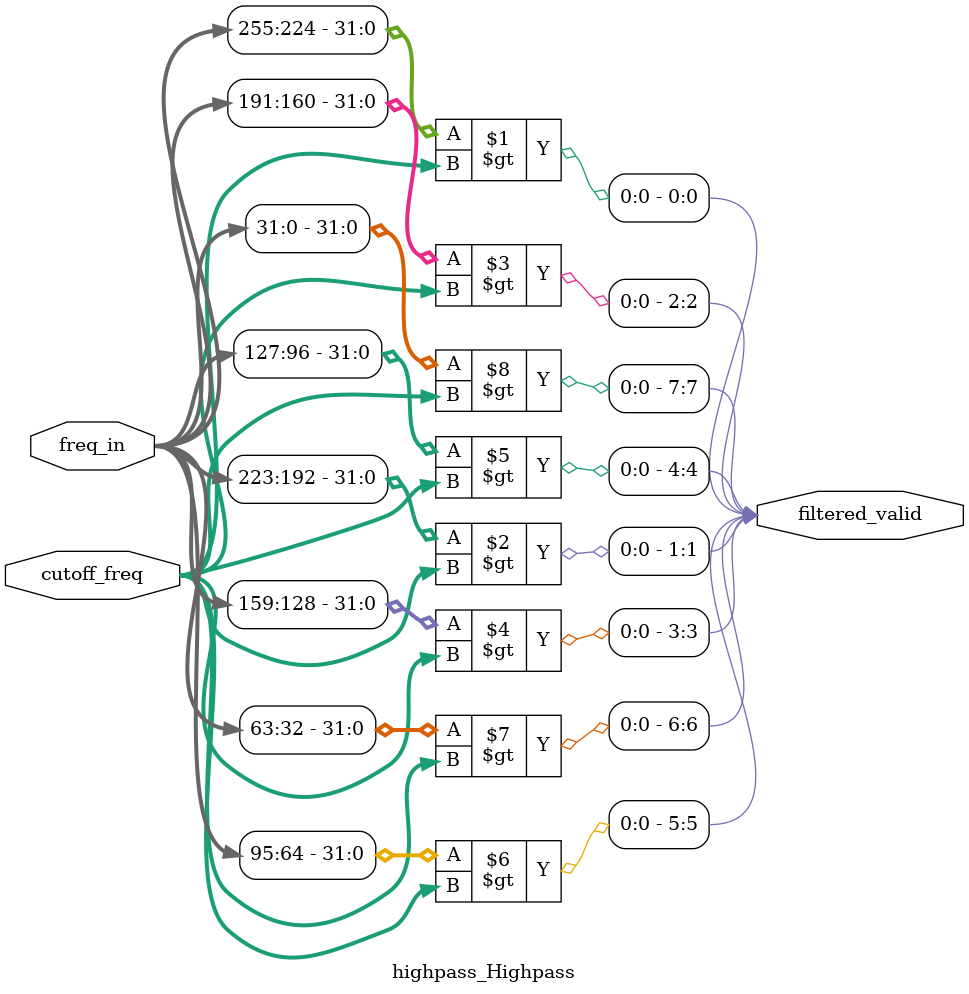
<source format=v>
module highpass_Highpass (
	cutoff_freq,
	freq_in,
	filtered_valid
);
	parameter signed [31:0] BIT_WIDTH = 32;
	parameter signed [31:0] N_SAMPLES = 8;
	input wire [BIT_WIDTH - 1:0] cutoff_freq;
	input wire [(N_SAMPLES * BIT_WIDTH) - 1:0] freq_in;
	output wire [0:N_SAMPLES - 1] filtered_valid;
	genvar i;
	generate
		for (i = 0; i < N_SAMPLES; i = i + 1) begin : genblk1
			assign filtered_valid[i] = freq_in[((N_SAMPLES - 1) - i) * BIT_WIDTH+:BIT_WIDTH] > cutoff_freq;
		end
	endgenerate
endmodule

</source>
